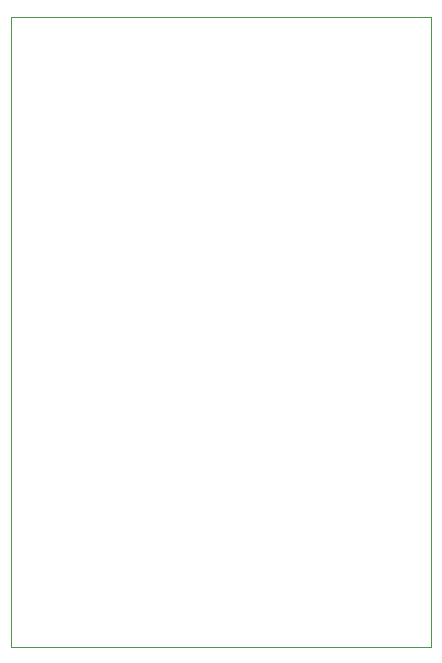
<source format=gm1>
G04 #@! TF.GenerationSoftware,KiCad,Pcbnew,7.0.7*
G04 #@! TF.CreationDate,2023-10-29T22:23:37+09:00*
G04 #@! TF.ProjectId,Pixy-mega128-0-sdram-hat,50697879-2d6d-4656-9761-3132382d302d,rev?*
G04 #@! TF.SameCoordinates,Original*
G04 #@! TF.FileFunction,Profile,NP*
%FSLAX46Y46*%
G04 Gerber Fmt 4.6, Leading zero omitted, Abs format (unit mm)*
G04 Created by KiCad (PCBNEW 7.0.7) date 2023-10-29 22:23:37*
%MOMM*%
%LPD*%
G01*
G04 APERTURE LIST*
G04 #@! TA.AperFunction,Profile*
%ADD10C,0.100000*%
G04 #@! TD*
G04 APERTURE END LIST*
D10*
X60960000Y-76200000D02*
X60960000Y-22860000D01*
X25400000Y-22860000D02*
X25400000Y-76200000D01*
X60960000Y-22860000D02*
X25400000Y-22860000D01*
X25400000Y-76200000D02*
X60960000Y-76200000D01*
M02*

</source>
